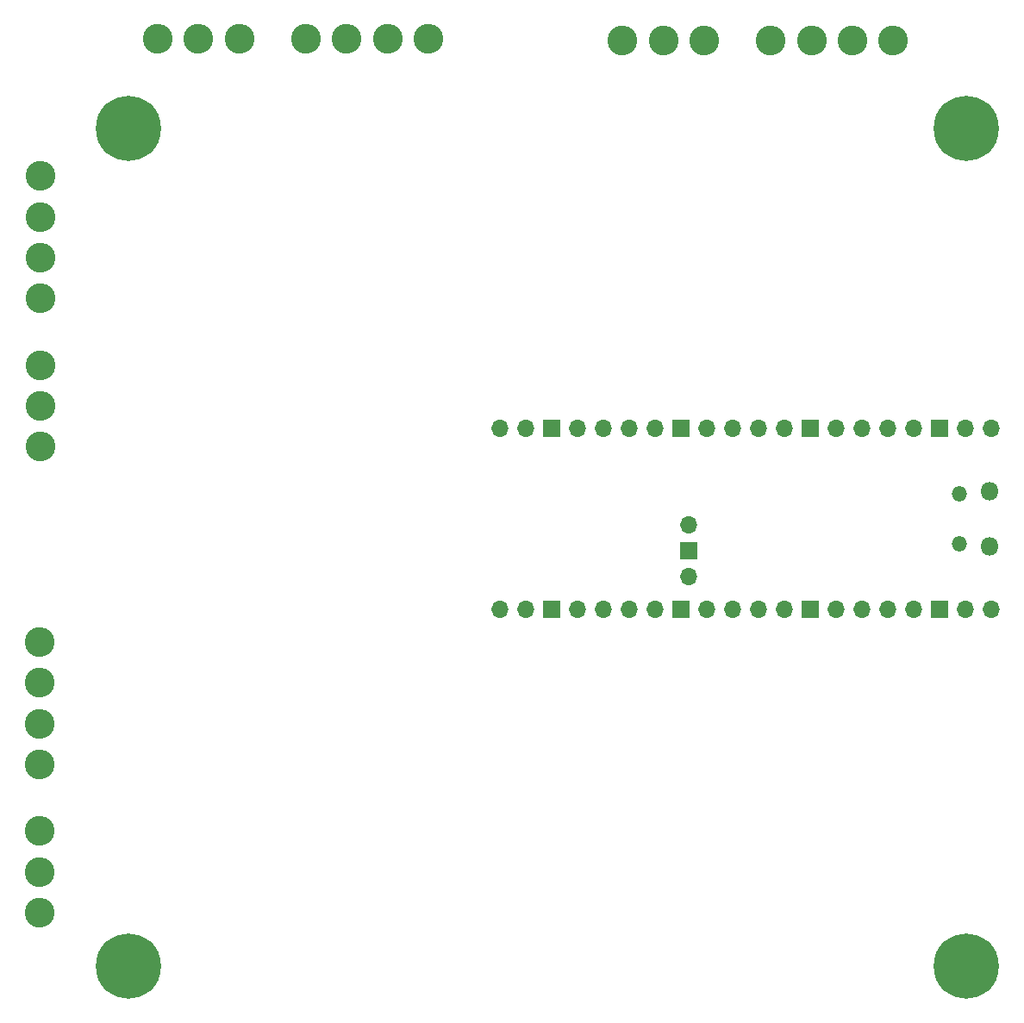
<source format=gbs>
%TF.GenerationSoftware,KiCad,Pcbnew,7.0.9*%
%TF.CreationDate,2024-02-10T00:43:51-08:00*%
%TF.ProjectId,snes_controllers_to_usb,736e6573-5f63-46f6-9e74-726f6c6c6572,A*%
%TF.SameCoordinates,Original*%
%TF.FileFunction,Soldermask,Bot*%
%TF.FilePolarity,Negative*%
%FSLAX46Y46*%
G04 Gerber Fmt 4.6, Leading zero omitted, Abs format (unit mm)*
G04 Created by KiCad (PCBNEW 7.0.9) date 2024-02-10 00:43:51*
%MOMM*%
%LPD*%
G01*
G04 APERTURE LIST*
%ADD10C,0.800000*%
%ADD11C,6.400000*%
%ADD12C,2.924000*%
%ADD13O,1.800000X1.800000*%
%ADD14O,1.500000X1.500000*%
%ADD15O,1.700000X1.700000*%
%ADD16R,1.700000X1.700000*%
G04 APERTURE END LIST*
D10*
%TO.C,H4*%
X174892000Y-151892000D03*
X175594944Y-150194944D03*
X175594944Y-153589056D03*
X177292000Y-149492000D03*
D11*
X177292000Y-151892000D03*
D10*
X177292000Y-154292000D03*
X178989056Y-150194944D03*
X178989056Y-153589056D03*
X179692000Y-151892000D03*
%TD*%
%TO.C,H2*%
X92596000Y-69596000D03*
X93298944Y-67898944D03*
X93298944Y-71293056D03*
X94996000Y-67196000D03*
D11*
X94996000Y-69596000D03*
D10*
X94996000Y-71996000D03*
X96693056Y-67898944D03*
X96693056Y-71293056D03*
X97396000Y-69596000D03*
%TD*%
D12*
%TO.C,J1*%
X170070000Y-60960000D03*
X166070000Y-60960000D03*
X162070000Y-60960000D03*
X158070000Y-60960000D03*
X151510000Y-60960000D03*
X147510000Y-60960000D03*
X143510000Y-60960000D03*
%TD*%
D10*
%TO.C,H3*%
X92596000Y-151892000D03*
X93298944Y-150194944D03*
X93298944Y-153589056D03*
X94996000Y-149492000D03*
D11*
X94996000Y-151892000D03*
D10*
X94996000Y-154292000D03*
X96693056Y-150194944D03*
X96693056Y-153589056D03*
X97396000Y-151892000D03*
%TD*%
D13*
%TO.C,U1*%
X179575000Y-105225000D03*
D14*
X176545000Y-105525000D03*
X176545000Y-110375000D03*
D13*
X179575000Y-110675000D03*
D15*
X179705000Y-99060000D03*
X177165000Y-99060000D03*
D16*
X174625000Y-99060000D03*
D15*
X172085000Y-99060000D03*
X169545000Y-99060000D03*
X167005000Y-99060000D03*
X164465000Y-99060000D03*
D16*
X161925000Y-99060000D03*
D15*
X159385000Y-99060000D03*
X156845000Y-99060000D03*
X154305000Y-99060000D03*
X151765000Y-99060000D03*
D16*
X149225000Y-99060000D03*
D15*
X146685000Y-99060000D03*
X144145000Y-99060000D03*
X141605000Y-99060000D03*
X139065000Y-99060000D03*
D16*
X136525000Y-99060000D03*
D15*
X133985000Y-99060000D03*
X131445000Y-99060000D03*
X131445000Y-116840000D03*
X133985000Y-116840000D03*
D16*
X136525000Y-116840000D03*
D15*
X139065000Y-116840000D03*
X141605000Y-116840000D03*
X144145000Y-116840000D03*
X146685000Y-116840000D03*
D16*
X149225000Y-116840000D03*
D15*
X151765000Y-116840000D03*
X154305000Y-116840000D03*
X156845000Y-116840000D03*
X159385000Y-116840000D03*
D16*
X161925000Y-116840000D03*
D15*
X164465000Y-116840000D03*
X167005000Y-116840000D03*
X169545000Y-116840000D03*
X172085000Y-116840000D03*
D16*
X174625000Y-116840000D03*
D15*
X177165000Y-116840000D03*
X179705000Y-116840000D03*
X149975000Y-108534100D03*
D16*
X149975000Y-111074100D03*
D15*
X149975000Y-113614100D03*
%TD*%
D12*
%TO.C,J4*%
X86200000Y-120070000D03*
X86200000Y-124070000D03*
X86200000Y-128070000D03*
X86200000Y-132070000D03*
X86200000Y-138630000D03*
X86200000Y-142630000D03*
X86200000Y-146630000D03*
%TD*%
D10*
%TO.C,H1*%
X174892000Y-69596000D03*
X175594944Y-67898944D03*
X175594944Y-71293056D03*
X177292000Y-67196000D03*
D11*
X177292000Y-69596000D03*
D10*
X177292000Y-71996000D03*
X178989056Y-67898944D03*
X178989056Y-71293056D03*
X179692000Y-69596000D03*
%TD*%
D12*
%TO.C,J3*%
X86360000Y-74295000D03*
X86360000Y-78295000D03*
X86360000Y-82295000D03*
X86360000Y-86295000D03*
X86360000Y-92855000D03*
X86360000Y-96855000D03*
X86360000Y-100855000D03*
%TD*%
%TO.C,J2*%
X124405000Y-60800000D03*
X120405000Y-60800000D03*
X116405000Y-60800000D03*
X112405000Y-60800000D03*
X105845000Y-60800000D03*
X101845000Y-60800000D03*
X97845000Y-60800000D03*
%TD*%
M02*

</source>
